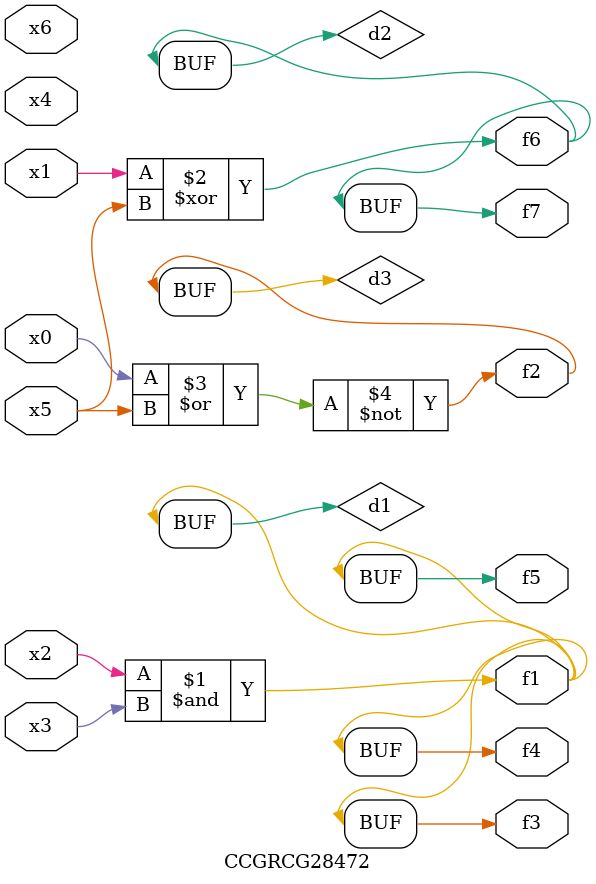
<source format=v>
module CCGRCG28472(
	input x0, x1, x2, x3, x4, x5, x6,
	output f1, f2, f3, f4, f5, f6, f7
);

	wire d1, d2, d3;

	and (d1, x2, x3);
	xor (d2, x1, x5);
	nor (d3, x0, x5);
	assign f1 = d1;
	assign f2 = d3;
	assign f3 = d1;
	assign f4 = d1;
	assign f5 = d1;
	assign f6 = d2;
	assign f7 = d2;
endmodule

</source>
